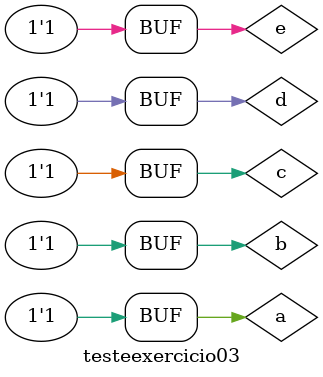
<source format=v>

module exercicio03 (s,a,b,c,d,e);
input a,b,c,d,e;
output s;
wire q1,q2,q3,q4,q5,q6,q7,q8,q9,q10,q11,q12,q13,q14;
not NOT1 (q1,a);
not NOT2 (q2,b);
not NOT3 (q3,c);
not NOT4 (q4,d);
not NOT5 (q5,e);
and AND1 (q6,b,c,e);
and AND2 (q7,b,c,d);
and AND3 (q8,c,d,e);
and AND4 (q9,q1,q2,q4);
and AND5 (q10,q1,b,q3,q4);
and AND6 (q11,a,q2,c,q4);
and AND7 (q12,a,b,d,e);
and AND8 (q13,a,q2,q3,q4,e);
and AND8 (q14,a,q2,q3,d,q5);
or OR1 (s,q6,q7,q8,q9,q10,q11,q12,q13,q14);
endmodule //exercicio03

module testeexercicio03;
reg a,b,c,d,e;
wire s;
exercicio03 EX3 (s,a,b,c,d,e);
initial begin: start
a=0; b=0; c=0; d=0; e=0;
end
initial begin: main
$display("Jessica Daniela - 407450");
$display("Exercicio 03");
$display("\n | a | b | c | d | e  = | s |\n");
$monitor(" | %b | %b | %b | %b | %b | = | %b |",a,b,c,d,e,s);
#1 a=0; b=0; c=0; d=0; e=1;
#1 a=0; b=0; c=0; d=1; e=0;
#1 a=0; b=0; c=0; d=1; e=1;
#1 a=0; b=0; c=1; d=0; e=0;
#1 a=0; b=0; c=1; d=0; e=1;
#1 a=0; b=0; c=1; d=1; e=0;
#1 a=0; b=0; c=1; d=1; e=1;
#1 a=0; b=1; c=0; d=0; e=0;
#1 a=0; b=1; c=0; d=0; e=1;
#1 a=0; b=1; c=0; d=1; e=0;
#1 a=0; b=1; c=0; d=1; e=1;
#1 a=0; b=1; c=1; d=0; e=0;
#1 a=0; b=1; c=1; d=0; e=1;
#1 a=0; b=1; c=1; d=1; e=0;
#1 a=0; b=1; c=1; d=1; e=1;
#1 a=1; b=0; c=0; d=0; e=0;
#1 a=1; b=0; c=0; d=0; e=1;
#1 a=1; b=0; c=0; d=1; e=0;
#1 a=1; b=0; c=0; d=1; e=1;
#1 a=1; b=0; c=1; d=0; e=0;
#1 a=1; b=0; c=1; d=0; e=1;
#1 a=1; b=0; c=1; d=1; e=0;
#1 a=1; b=0; c=1; d=1; e=1;
#1 a=1; b=1; c=0; d=0; e=0;
#1 a=1; b=1; c=0; d=0; e=1;
#1 a=1; b=1; c=0; d=1; e=0;
#1 a=1; b=1; c=0; d=1; e=1;
#1 a=1; b=1; c=1; d=0; e=0;
#1 a=1; b=1; c=1; d=0; e=1;
#1 a=1; b=1; c=1; d=1; e=0;
#1 a=1; b=1; c=1; d=1; e=1;

end
endmodule //testeexercicio03
</source>
